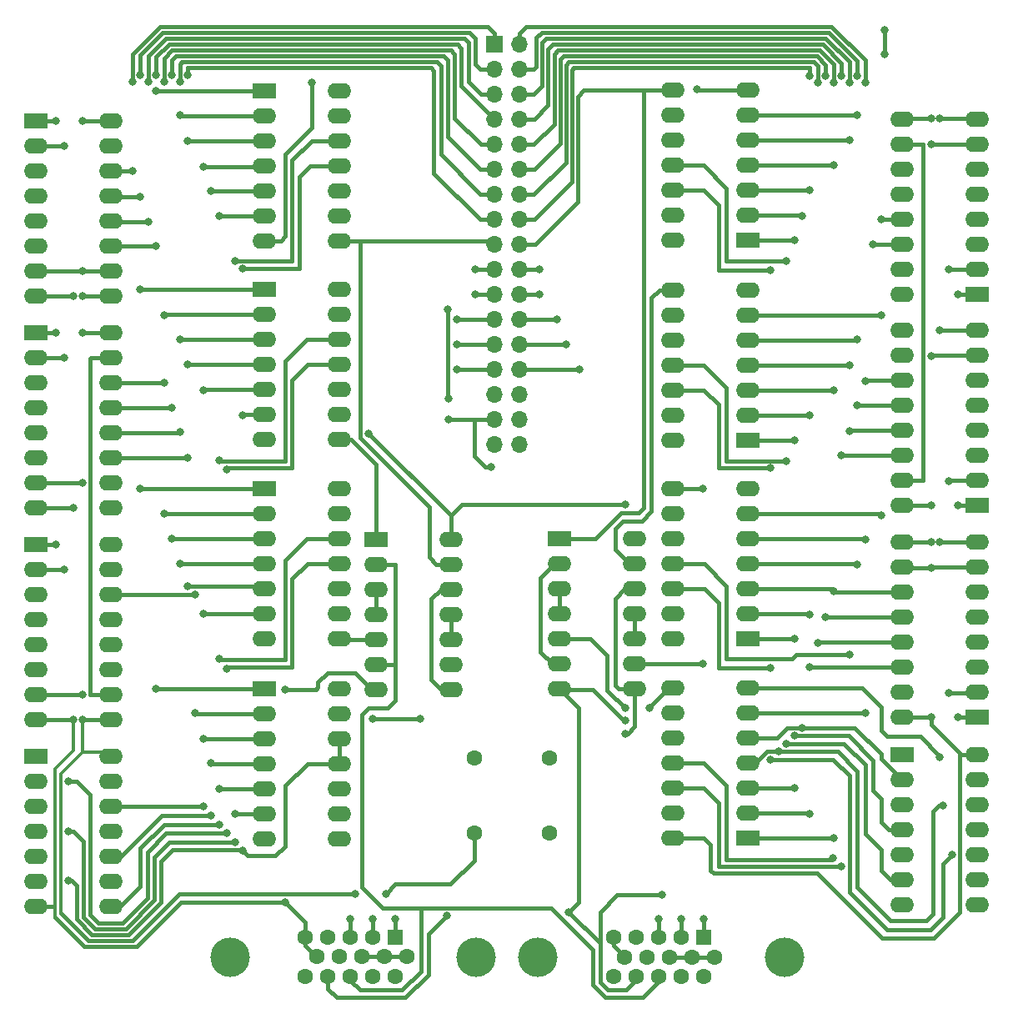
<source format=gbr>
%TF.GenerationSoftware,KiCad,Pcbnew,(6.0.5)*%
%TF.CreationDate,2022-10-16T21:23:39+03:00*%
%TF.ProjectId,VGA_SCREENSYNC,5647415f-5343-4524-9545-4e53594e432e,rev?*%
%TF.SameCoordinates,Original*%
%TF.FileFunction,Copper,L1,Top*%
%TF.FilePolarity,Positive*%
%FSLAX46Y46*%
G04 Gerber Fmt 4.6, Leading zero omitted, Abs format (unit mm)*
G04 Created by KiCad (PCBNEW (6.0.5)) date 2022-10-16 21:23:39*
%MOMM*%
%LPD*%
G01*
G04 APERTURE LIST*
%TA.AperFunction,ComponentPad*%
%ADD10C,1.600000*%
%TD*%
%TA.AperFunction,ComponentPad*%
%ADD11R,2.400000X1.600000*%
%TD*%
%TA.AperFunction,ComponentPad*%
%ADD12O,2.400000X1.600000*%
%TD*%
%TA.AperFunction,ComponentPad*%
%ADD13R,1.700000X1.700000*%
%TD*%
%TA.AperFunction,ComponentPad*%
%ADD14O,1.700000X1.700000*%
%TD*%
%TA.AperFunction,ComponentPad*%
%ADD15C,4.000000*%
%TD*%
%TA.AperFunction,ComponentPad*%
%ADD16R,1.600000X1.600000*%
%TD*%
%TA.AperFunction,ViaPad*%
%ADD17C,0.800000*%
%TD*%
%TA.AperFunction,Conductor*%
%ADD18C,0.400000*%
%TD*%
%TA.AperFunction,Conductor*%
%ADD19C,0.300000*%
%TD*%
%TA.AperFunction,Conductor*%
%ADD20C,0.150000*%
%TD*%
G04 APERTURE END LIST*
D10*
%TO.P,,2*%
%TO.N,N/C*%
X95010000Y-117250000D03*
%TD*%
D11*
%TO.P,74LS30,1*%
%TO.N,N/C*%
X73700000Y-49460000D03*
D12*
%TO.P,74LS30,2*%
X73700000Y-52000000D03*
%TO.P,74LS30,3*%
X73700000Y-54540000D03*
%TO.P,74LS30,4*%
X73700000Y-57080000D03*
%TO.P,74LS30,5*%
X73700000Y-59620000D03*
%TO.P,74LS30,6*%
X73700000Y-62160000D03*
%TO.P,74LS30,7*%
X73700000Y-64700000D03*
%TO.P,74LS30,8*%
X81320000Y-64700000D03*
%TO.P,74LS30,9*%
X81320000Y-62160000D03*
%TO.P,74LS30,10*%
X81320000Y-59620000D03*
%TO.P,74LS30,11*%
X81320000Y-57080000D03*
%TO.P,74LS30,12*%
X81320000Y-54540000D03*
%TO.P,74LS30,13*%
X81320000Y-52000000D03*
%TO.P,74LS30,14*%
X81320000Y-49460000D03*
%TD*%
D13*
%TO.P,2x17 Connector  ,1*%
%TO.N,N/C*%
X97070000Y-44750000D03*
D14*
%TO.P,2x17 Connector  ,2*%
X99610000Y-44750000D03*
%TO.P,2x17 Connector  ,3*%
X97070000Y-47290000D03*
%TO.P,2x17 Connector  ,4*%
X99610000Y-47290000D03*
%TO.P,2x17 Connector  ,5*%
X97070000Y-49830000D03*
%TO.P,2x17 Connector  ,6*%
X99610000Y-49830000D03*
%TO.P,2x17 Connector  ,7*%
X97070000Y-52370000D03*
%TO.P,2x17 Connector  ,8*%
X99610000Y-52370000D03*
%TO.P,2x17 Connector  ,9*%
X97070000Y-54910000D03*
%TO.P,2x17 Connector  ,10*%
X99610000Y-54910000D03*
%TO.P,2x17 Connector  ,11*%
X97070000Y-57450000D03*
%TO.P,2x17 Connector  ,12*%
X99610000Y-57450000D03*
%TO.P,2x17 Connector  ,13*%
X97070000Y-59990000D03*
%TO.P,2x17 Connector  ,14*%
X99610000Y-59990000D03*
%TO.P,2x17 Connector  ,15*%
X97070000Y-62530000D03*
%TO.P,2x17 Connector  ,16*%
X99610000Y-62530000D03*
%TO.P,2x17 Connector  ,17*%
X97070000Y-65070000D03*
%TO.P,2x17 Connector  ,18*%
X99610000Y-65070000D03*
%TO.P,2x17 Connector  ,19*%
X97070000Y-67610000D03*
%TO.P,2x17 Connector  ,20*%
X99610000Y-67610000D03*
%TO.P,2x17 Connector  ,21*%
X97070000Y-70150000D03*
%TO.P,2x17 Connector  ,22*%
X99610000Y-70150000D03*
%TO.P,2x17 Connector  ,23*%
X97070000Y-72690000D03*
%TO.P,2x17 Connector  ,24*%
X99610000Y-72690000D03*
%TO.P,2x17 Connector  ,25*%
X97070000Y-75230000D03*
%TO.P,2x17 Connector  ,26*%
X99610000Y-75230000D03*
%TO.P,2x17 Connector  ,27*%
X97070000Y-77770000D03*
%TO.P,2x17 Connector  ,28*%
X99610000Y-77770000D03*
%TO.P,2x17 Connector  ,29*%
X97070000Y-80310000D03*
%TO.P,2x17 Connector  ,30*%
X99610000Y-80310000D03*
%TO.P,2x17 Connector  ,31*%
X97070000Y-82850000D03*
%TO.P,2x17 Connector  ,32*%
X99610000Y-82850000D03*
%TO.P,2x17 Connector  ,33*%
X97070000Y-85390000D03*
%TO.P,2x17 Connector  ,34*%
X99610000Y-85390000D03*
%TD*%
D15*
%TO.P,VGA PORT 2,0*%
%TO.N,N/C*%
X126490000Y-137490000D03*
X101490000Y-137490000D03*
D16*
%TO.P,VGA PORT 2,1*%
X118305000Y-135440000D03*
D10*
%TO.P,VGA PORT 2,2*%
X116015000Y-135440000D03*
%TO.P,VGA PORT 2,3*%
X113725000Y-135440000D03*
%TO.P,VGA PORT 2,4*%
X111435000Y-135440000D03*
%TO.P,VGA PORT 2,5*%
X109145000Y-135440000D03*
%TO.P,VGA PORT 2,6*%
X119450000Y-137420000D03*
%TO.P,VGA PORT 2,7*%
X117160000Y-137420000D03*
%TO.P,VGA PORT 2,8*%
X114870000Y-137420000D03*
%TO.P,VGA PORT 2,9*%
X112580000Y-137420000D03*
%TO.P,VGA PORT 2,10*%
X110290000Y-137420000D03*
%TO.P,VGA PORT 2,11*%
X118305000Y-139400000D03*
%TO.P,VGA PORT 2,12*%
X116015000Y-139400000D03*
%TO.P,VGA PORT 2,13*%
X113725000Y-139400000D03*
%TO.P,VGA PORT 2,14*%
X111435000Y-139400000D03*
%TO.P,VGA PORT 2,15*%
X109145000Y-139400000D03*
%TD*%
D11*
%TO.P,74LS161,1*%
%TO.N,N/C*%
X50500000Y-95560000D03*
D12*
%TO.P,74LS161,2*%
X50500000Y-98100000D03*
%TO.P,74LS161,3*%
X50500000Y-100640000D03*
%TO.P,74LS161,4*%
X50500000Y-103180000D03*
%TO.P,74LS161,5*%
X50500000Y-105720000D03*
%TO.P,74LS161,6*%
X50500000Y-108260000D03*
%TO.P,74LS161,7*%
X50500000Y-110800000D03*
%TO.P,74LS161,8*%
X50500000Y-113340000D03*
%TO.P,74LS161,9*%
X58120000Y-113340000D03*
%TO.P,74LS161,10*%
X58120000Y-110800000D03*
%TO.P,74LS161,11*%
X58120000Y-108260000D03*
%TO.P,74LS161,12*%
X58120000Y-105720000D03*
%TO.P,74LS161,13*%
X58120000Y-103180000D03*
%TO.P,74LS161,14*%
X58120000Y-100640000D03*
%TO.P,74LS161,15*%
X58120000Y-98100000D03*
%TO.P,74LS161,16*%
X58120000Y-95560000D03*
%TD*%
D10*
%TO.P,,3*%
%TO.N,N/C*%
X102610000Y-117250000D03*
%TD*%
D11*
%TO.P,74LS30,1*%
%TO.N,N/C*%
X73700000Y-89860000D03*
D12*
%TO.P,74LS30,2*%
X73700000Y-92400000D03*
%TO.P,74LS30,3*%
X73700000Y-94940000D03*
%TO.P,74LS30,4*%
X73700000Y-97480000D03*
%TO.P,74LS30,5*%
X73700000Y-100020000D03*
%TO.P,74LS30,6*%
X73700000Y-102560000D03*
%TO.P,74LS30,7*%
X73700000Y-105100000D03*
%TO.P,74LS30,8*%
X81320000Y-105100000D03*
%TO.P,74LS30,9*%
X81320000Y-102560000D03*
%TO.P,74LS30,10*%
X81320000Y-100020000D03*
%TO.P,74LS30,11*%
X81320000Y-97480000D03*
%TO.P,74LS30,12*%
X81320000Y-94940000D03*
%TO.P,74LS30,13*%
X81320000Y-92400000D03*
%TO.P,74LS30,14*%
X81320000Y-89860000D03*
%TD*%
D11*
%TO.P,74LS30,1*%
%TO.N,N/C*%
X122800000Y-84960000D03*
D12*
%TO.P,74LS30,2*%
X122800000Y-82420000D03*
%TO.P,74LS30,3*%
X122800000Y-79880000D03*
%TO.P,74LS30,4*%
X122800000Y-77340000D03*
%TO.P,74LS30,5*%
X122800000Y-74800000D03*
%TO.P,74LS30,6*%
X122800000Y-72260000D03*
%TO.P,74LS30,7*%
X122800000Y-69720000D03*
%TO.P,74LS30,8*%
X115180000Y-69720000D03*
%TO.P,74LS30,9*%
X115180000Y-72260000D03*
%TO.P,74LS30,10*%
X115180000Y-74800000D03*
%TO.P,74LS30,11*%
X115180000Y-77340000D03*
%TO.P,74LS30,12*%
X115180000Y-79880000D03*
%TO.P,74LS30,13*%
X115180000Y-82420000D03*
%TO.P,74LS30,14*%
X115180000Y-84960000D03*
%TD*%
D11*
%TO.P,74LS161,1*%
%TO.N,N/C*%
X146100000Y-70110000D03*
D12*
%TO.P,74LS161,2*%
X146100000Y-67570000D03*
%TO.P,74LS161,3*%
X146100000Y-65030000D03*
%TO.P,74LS161,4*%
X146100000Y-62490000D03*
%TO.P,74LS161,5*%
X146100000Y-59950000D03*
%TO.P,74LS161,6*%
X146100000Y-57410000D03*
%TO.P,74LS161,7*%
X146100000Y-54870000D03*
%TO.P,74LS161,8*%
X146100000Y-52330000D03*
%TO.P,74LS161,9*%
X138480000Y-52330000D03*
%TO.P,74LS161,10*%
X138480000Y-54870000D03*
%TO.P,74LS161,11*%
X138480000Y-57410000D03*
%TO.P,74LS161,12*%
X138480000Y-59950000D03*
%TO.P,74LS161,13*%
X138480000Y-62490000D03*
%TO.P,74LS161,14*%
X138480000Y-65030000D03*
%TO.P,74LS161,15*%
X138480000Y-67570000D03*
%TO.P,74LS161,16*%
X138480000Y-70110000D03*
%TD*%
D11*
%TO.P,74LS161,1*%
%TO.N,N/C*%
X146100000Y-113110000D03*
D12*
%TO.P,74LS161,2*%
X146100000Y-110570000D03*
%TO.P,74LS161,3*%
X146100000Y-108030000D03*
%TO.P,74LS161,4*%
X146100000Y-105490000D03*
%TO.P,74LS161,5*%
X146100000Y-102950000D03*
%TO.P,74LS161,6*%
X146100000Y-100410000D03*
%TO.P,74LS161,7*%
X146100000Y-97870000D03*
%TO.P,74LS161,8*%
X146100000Y-95330000D03*
%TO.P,74LS161,9*%
X138480000Y-95330000D03*
%TO.P,74LS161,10*%
X138480000Y-97870000D03*
%TO.P,74LS161,11*%
X138480000Y-100410000D03*
%TO.P,74LS161,12*%
X138480000Y-102950000D03*
%TO.P,74LS161,13*%
X138480000Y-105490000D03*
%TO.P,74LS161,14*%
X138480000Y-108030000D03*
%TO.P,74LS161,15*%
X138480000Y-110570000D03*
%TO.P,74LS161,16*%
X138480000Y-113110000D03*
%TD*%
D10*
%TO.P,,4*%
%TO.N,N/C*%
X102610000Y-124850000D03*
%TD*%
D11*
%TO.P,74LS00,1*%
%TO.N,N/C*%
X85010000Y-95025000D03*
D12*
%TO.P,74LS00,2*%
X85010000Y-97565000D03*
%TO.P,74LS00,3*%
X85010000Y-100105000D03*
%TO.P,74LS00,4*%
X85010000Y-102645000D03*
%TO.P,74LS00,5*%
X85010000Y-105185000D03*
%TO.P,74LS00,6*%
X85010000Y-107725000D03*
%TO.P,74LS00,7*%
X85010000Y-110265000D03*
%TO.P,74LS00,8*%
X92630000Y-110265000D03*
%TO.P,74LS00,9*%
X92630000Y-107725000D03*
%TO.P,74LS00,10*%
X92630000Y-105185000D03*
%TO.P,74LS00,11*%
X92630000Y-102645000D03*
%TO.P,74LS00,12*%
X92630000Y-100105000D03*
%TO.P,74LS00,13*%
X92630000Y-97565000D03*
%TO.P,74LS00,14*%
X92630000Y-95025000D03*
%TD*%
D11*
%TO.P,74LS30,1*%
%TO.N,N/C*%
X122800000Y-105160000D03*
D12*
%TO.P,74LS30,2*%
X122800000Y-102620000D03*
%TO.P,74LS30,3*%
X122800000Y-100080000D03*
%TO.P,74LS30,4*%
X122800000Y-97540000D03*
%TO.P,74LS30,5*%
X122800000Y-95000000D03*
%TO.P,74LS30,6*%
X122800000Y-92460000D03*
%TO.P,74LS30,7*%
X122800000Y-89920000D03*
%TO.P,74LS30,8*%
X115180000Y-89920000D03*
%TO.P,74LS30,9*%
X115180000Y-92460000D03*
%TO.P,74LS30,10*%
X115180000Y-95000000D03*
%TO.P,74LS30,11*%
X115180000Y-97540000D03*
%TO.P,74LS30,12*%
X115180000Y-100080000D03*
%TO.P,74LS30,13*%
X115180000Y-102620000D03*
%TO.P,74LS30,14*%
X115180000Y-105160000D03*
%TD*%
D11*
%TO.P,74LS30,1*%
%TO.N,N/C*%
X73700000Y-69660000D03*
D12*
%TO.P,74LS30,2*%
X73700000Y-72200000D03*
%TO.P,74LS30,3*%
X73700000Y-74740000D03*
%TO.P,74LS30,4*%
X73700000Y-77280000D03*
%TO.P,74LS30,5*%
X73700000Y-79820000D03*
%TO.P,74LS30,6*%
X73700000Y-82360000D03*
%TO.P,74LS30,7*%
X73700000Y-84900000D03*
%TO.P,74LS30,8*%
X81320000Y-84900000D03*
%TO.P,74LS30,9*%
X81320000Y-82360000D03*
%TO.P,74LS30,10*%
X81320000Y-79820000D03*
%TO.P,74LS30,11*%
X81320000Y-77280000D03*
%TO.P,74LS30,12*%
X81320000Y-74740000D03*
%TO.P,74LS30,13*%
X81320000Y-72200000D03*
%TO.P,74LS30,14*%
X81320000Y-69660000D03*
%TD*%
D11*
%TO.P,74LS04,1*%
%TO.N,N/C*%
X50500000Y-117060000D03*
D12*
%TO.P,74LS04,2*%
X50500000Y-119600000D03*
%TO.P,74LS04,3*%
X50500000Y-122140000D03*
%TO.P,74LS04,4*%
X50500000Y-124680000D03*
%TO.P,74LS04,5*%
X50500000Y-127220000D03*
%TO.P,74LS04,6*%
X50500000Y-129760000D03*
%TO.P,74LS04,7*%
X50500000Y-132300000D03*
%TO.P,74LS04,8*%
X58120000Y-132300000D03*
%TO.P,74LS04,9*%
X58120000Y-129760000D03*
%TO.P,74LS04,10*%
X58120000Y-127220000D03*
%TO.P,74LS04,11*%
X58120000Y-124680000D03*
%TO.P,74LS04,12*%
X58120000Y-122140000D03*
%TO.P,74LS04,13*%
X58120000Y-119600000D03*
%TO.P,74LS04,14*%
X58120000Y-117060000D03*
%TD*%
D11*
%TO.P,74LS161,1*%
%TO.N,N/C*%
X50500000Y-52560000D03*
D12*
%TO.P,74LS161,2*%
X50500000Y-55100000D03*
%TO.P,74LS161,3*%
X50500000Y-57640000D03*
%TO.P,74LS161,4*%
X50500000Y-60180000D03*
%TO.P,74LS161,5*%
X50500000Y-62720000D03*
%TO.P,74LS161,6*%
X50500000Y-65260000D03*
%TO.P,74LS161,7*%
X50500000Y-67800000D03*
%TO.P,74LS161,8*%
X50500000Y-70340000D03*
%TO.P,74LS161,9*%
X58120000Y-70340000D03*
%TO.P,74LS161,10*%
X58120000Y-67800000D03*
%TO.P,74LS161,11*%
X58120000Y-65260000D03*
%TO.P,74LS161,12*%
X58120000Y-62720000D03*
%TO.P,74LS161,13*%
X58120000Y-60180000D03*
%TO.P,74LS161,14*%
X58120000Y-57640000D03*
%TO.P,74LS161,15*%
X58120000Y-55100000D03*
%TO.P,74LS161,16*%
X58120000Y-52560000D03*
%TD*%
D11*
%TO.P,74LS30,1*%
%TO.N,N/C*%
X122800000Y-125360000D03*
D12*
%TO.P,74LS30,2*%
X122800000Y-122820000D03*
%TO.P,74LS30,3*%
X122800000Y-120280000D03*
%TO.P,74LS30,4*%
X122800000Y-117740000D03*
%TO.P,74LS30,5*%
X122800000Y-115200000D03*
%TO.P,74LS30,6*%
X122800000Y-112660000D03*
%TO.P,74LS30,7*%
X122800000Y-110120000D03*
%TO.P,74LS30,8*%
X115180000Y-110120000D03*
%TO.P,74LS30,9*%
X115180000Y-112660000D03*
%TO.P,74LS30,10*%
X115180000Y-115200000D03*
%TO.P,74LS30,11*%
X115180000Y-117740000D03*
%TO.P,74LS30,12*%
X115180000Y-120280000D03*
%TO.P,74LS30,13*%
X115180000Y-122820000D03*
%TO.P,74LS30,14*%
X115180000Y-125360000D03*
%TD*%
D11*
%TO.P,74LS04,1*%
%TO.N,N/C*%
X138500000Y-116930000D03*
D12*
%TO.P,74LS04,2*%
X138500000Y-119470000D03*
%TO.P,74LS04,3*%
X138500000Y-122010000D03*
%TO.P,74LS04,4*%
X138500000Y-124550000D03*
%TO.P,74LS04,5*%
X138500000Y-127090000D03*
%TO.P,74LS04,6*%
X138500000Y-129630000D03*
%TO.P,74LS04,7*%
X138500000Y-132170000D03*
%TO.P,74LS04,8*%
X146120000Y-132170000D03*
%TO.P,74LS04,9*%
X146120000Y-129630000D03*
%TO.P,74LS04,10*%
X146120000Y-127090000D03*
%TO.P,74LS04,11*%
X146120000Y-124550000D03*
%TO.P,74LS04,12*%
X146120000Y-122010000D03*
%TO.P,74LS04,13*%
X146120000Y-119470000D03*
%TO.P,74LS04,14*%
X146120000Y-116930000D03*
%TD*%
D11*
%TO.P,74LS161,1*%
%TO.N,N/C*%
X146100000Y-91610000D03*
D12*
%TO.P,74LS161,2*%
X146100000Y-89070000D03*
%TO.P,74LS161,3*%
X146100000Y-86530000D03*
%TO.P,74LS161,4*%
X146100000Y-83990000D03*
%TO.P,74LS161,5*%
X146100000Y-81450000D03*
%TO.P,74LS161,6*%
X146100000Y-78910000D03*
%TO.P,74LS161,7*%
X146100000Y-76370000D03*
%TO.P,74LS161,8*%
X146100000Y-73830000D03*
%TO.P,74LS161,9*%
X138480000Y-73830000D03*
%TO.P,74LS161,10*%
X138480000Y-76370000D03*
%TO.P,74LS161,11*%
X138480000Y-78910000D03*
%TO.P,74LS161,12*%
X138480000Y-81450000D03*
%TO.P,74LS161,13*%
X138480000Y-83990000D03*
%TO.P,74LS161,14*%
X138480000Y-86530000D03*
%TO.P,74LS161,15*%
X138480000Y-89070000D03*
%TO.P,74LS161,16*%
X138480000Y-91610000D03*
%TD*%
D11*
%TO.P,74LS30,1*%
%TO.N,N/C*%
X73700000Y-110160000D03*
D12*
%TO.P,74LS30,2*%
X73700000Y-112700000D03*
%TO.P,74LS30,3*%
X73700000Y-115240000D03*
%TO.P,74LS30,4*%
X73700000Y-117780000D03*
%TO.P,74LS30,5*%
X73700000Y-120320000D03*
%TO.P,74LS30,6*%
X73700000Y-122860000D03*
%TO.P,74LS30,7*%
X73700000Y-125400000D03*
%TO.P,74LS30,8*%
X81320000Y-125400000D03*
%TO.P,74LS30,9*%
X81320000Y-122860000D03*
%TO.P,74LS30,10*%
X81320000Y-120320000D03*
%TO.P,74LS30,11*%
X81320000Y-117780000D03*
%TO.P,74LS30,12*%
X81320000Y-115240000D03*
%TO.P,74LS30,13*%
X81320000Y-112700000D03*
%TO.P,74LS30,14*%
X81320000Y-110160000D03*
%TD*%
D11*
%TO.P,74LS161,1*%
%TO.N,N/C*%
X50500000Y-74060000D03*
D12*
%TO.P,74LS161,2*%
X50500000Y-76600000D03*
%TO.P,74LS161,3*%
X50500000Y-79140000D03*
%TO.P,74LS161,4*%
X50500000Y-81680000D03*
%TO.P,74LS161,5*%
X50500000Y-84220000D03*
%TO.P,74LS161,6*%
X50500000Y-86760000D03*
%TO.P,74LS161,7*%
X50500000Y-89300000D03*
%TO.P,74LS161,8*%
X50500000Y-91840000D03*
%TO.P,74LS161,9*%
X58120000Y-91840000D03*
%TO.P,74LS161,10*%
X58120000Y-89300000D03*
%TO.P,74LS161,11*%
X58120000Y-86760000D03*
%TO.P,74LS161,12*%
X58120000Y-84220000D03*
%TO.P,74LS161,13*%
X58120000Y-81680000D03*
%TO.P,74LS161,14*%
X58120000Y-79140000D03*
%TO.P,74LS161,15*%
X58120000Y-76600000D03*
%TO.P,74LS161,16*%
X58120000Y-74060000D03*
%TD*%
D10*
%TO.P,,1*%
%TO.N,N/C*%
X95010000Y-124850000D03*
%TD*%
D11*
%TO.P,74LS30,1*%
%TO.N,N/C*%
X122800000Y-64660000D03*
D12*
%TO.P,74LS30,2*%
X122800000Y-62120000D03*
%TO.P,74LS30,3*%
X122800000Y-59580000D03*
%TO.P,74LS30,4*%
X122800000Y-57040000D03*
%TO.P,74LS30,5*%
X122800000Y-54500000D03*
%TO.P,74LS30,6*%
X122800000Y-51960000D03*
%TO.P,74LS30,7*%
X122800000Y-49420000D03*
%TO.P,74LS30,8*%
X115180000Y-49420000D03*
%TO.P,74LS30,9*%
X115180000Y-51960000D03*
%TO.P,74LS30,10*%
X115180000Y-54500000D03*
%TO.P,74LS30,11*%
X115180000Y-57040000D03*
%TO.P,74LS30,12*%
X115180000Y-59580000D03*
%TO.P,74LS30,13*%
X115180000Y-62120000D03*
%TO.P,74LS30,14*%
X115180000Y-64660000D03*
%TD*%
D15*
%TO.P,VGA PORT 1,0*%
%TO.N,N/C*%
X70195000Y-137480000D03*
X95195000Y-137480000D03*
D16*
%TO.P,VGA PORT 1,1*%
X87010000Y-135430000D03*
D10*
%TO.P,VGA PORT 1,2*%
X84720000Y-135430000D03*
%TO.P,VGA PORT 1,3*%
X82430000Y-135430000D03*
%TO.P,VGA PORT 1,4*%
X80140000Y-135430000D03*
%TO.P,VGA PORT 1,5*%
X77850000Y-135430000D03*
%TO.P,VGA PORT 1,6*%
X88155000Y-137410000D03*
%TO.P,VGA PORT 1,7*%
X85865000Y-137410000D03*
%TO.P,VGA PORT 1,8*%
X83575000Y-137410000D03*
%TO.P,VGA PORT 1,9*%
X81285000Y-137410000D03*
%TO.P,VGA PORT 1,10*%
X78995000Y-137410000D03*
%TO.P,VGA PORT 1,11*%
X87010000Y-139390000D03*
%TO.P,VGA PORT 1,12*%
X84720000Y-139390000D03*
%TO.P,VGA PORT 1,13*%
X82430000Y-139390000D03*
%TO.P,VGA PORT 1,14*%
X80140000Y-139390000D03*
%TO.P,VGA PORT 1,15*%
X77850000Y-139390000D03*
%TD*%
D11*
%TO.P,74LS00,1*%
%TO.N,N/C*%
X103690000Y-94990000D03*
D12*
%TO.P,74LS00,2*%
X103690000Y-97530000D03*
%TO.P,74LS00,3*%
X103690000Y-100070000D03*
%TO.P,74LS00,4*%
X103690000Y-102610000D03*
%TO.P,74LS00,5*%
X103690000Y-105150000D03*
%TO.P,74LS00,6*%
X103690000Y-107690000D03*
%TO.P,74LS00,7*%
X103690000Y-110230000D03*
%TO.P,74LS00,8*%
X111310000Y-110230000D03*
%TO.P,74LS00,9*%
X111310000Y-107690000D03*
%TO.P,74LS00,10*%
X111310000Y-105150000D03*
%TO.P,74LS00,11*%
X111310000Y-102610000D03*
%TO.P,74LS00,12*%
X111310000Y-100070000D03*
%TO.P,74LS00,13*%
X111310000Y-97530000D03*
%TO.P,74LS00,14*%
X111310000Y-94990000D03*
%TD*%
D17*
%TO.N,*%
X61900000Y-62760000D03*
X54300000Y-91860000D03*
X65900000Y-99760000D03*
X54300000Y-113360000D03*
X141400000Y-54910000D03*
X129100000Y-102660000D03*
X69100000Y-86960000D03*
X131500000Y-100260000D03*
X135500000Y-65030000D03*
X68300000Y-117760000D03*
X53800000Y-129660000D03*
X61100000Y-69660000D03*
X67500000Y-115260000D03*
X126700000Y-66760000D03*
X52500000Y-95560000D03*
X134700000Y-95060000D03*
X61100000Y-89860000D03*
X65100000Y-51960000D03*
X133900000Y-51960000D03*
X64300000Y-47860000D03*
X105710000Y-77750000D03*
X96710000Y-87650000D03*
X126700000Y-115760000D03*
X114110000Y-131150000D03*
X116015000Y-133550000D03*
X55200000Y-74060000D03*
X52500000Y-52560000D03*
X52500000Y-74060000D03*
X131500000Y-57060000D03*
X95110000Y-70150000D03*
X69100000Y-120360000D03*
X95110000Y-67650000D03*
X69900000Y-87960000D03*
X118210000Y-89850000D03*
X55200000Y-113360000D03*
X143200000Y-67610000D03*
X131500000Y-79860000D03*
X78510000Y-48650000D03*
X134700000Y-112660000D03*
X70700000Y-125760000D03*
X84710000Y-133550000D03*
X66700000Y-112660000D03*
X142610000Y-122050000D03*
X142300000Y-95310000D03*
X65900000Y-47860000D03*
X133100000Y-48660000D03*
X70700000Y-66760000D03*
X104610000Y-132850000D03*
X144100000Y-113110000D03*
X103410000Y-72650000D03*
X125100000Y-87760000D03*
X55200000Y-52560000D03*
X130700000Y-47960000D03*
X67500000Y-122160000D03*
X128300000Y-114160000D03*
X136300000Y-62530000D03*
X130700000Y-102930000D03*
X55200000Y-70360000D03*
X86010000Y-131050000D03*
X129100000Y-122860000D03*
X110310000Y-91450000D03*
X118310000Y-133550000D03*
X71500000Y-126660000D03*
X131500000Y-48660000D03*
X53800000Y-124660000D03*
X60300000Y-48560000D03*
X141400000Y-97910000D03*
X61100000Y-47860000D03*
X131400000Y-127360000D03*
X104310000Y-75250000D03*
X62700000Y-65260000D03*
X75800000Y-110250000D03*
X101610000Y-67650000D03*
X125900000Y-116560000D03*
X67500000Y-79860000D03*
X82430000Y-133550000D03*
X69100000Y-123960000D03*
X93210000Y-72650000D03*
X70700000Y-122860000D03*
X60300000Y-57660000D03*
X93210000Y-75250000D03*
X68300000Y-123060000D03*
X144100000Y-70110000D03*
X132300000Y-86530000D03*
X133900000Y-97560000D03*
X66700000Y-100660000D03*
X75810000Y-131850000D03*
X110310000Y-114750000D03*
X125100000Y-67660000D03*
X53400000Y-98060000D03*
X84710000Y-113250000D03*
X141400000Y-76410000D03*
X143200000Y-110610000D03*
X126700000Y-87060000D03*
X63500000Y-72260000D03*
X53800000Y-119560000D03*
X92410000Y-80750000D03*
X67500000Y-57160000D03*
X53400000Y-76560000D03*
X110310000Y-112150000D03*
X127500000Y-64660000D03*
X64300000Y-94960000D03*
X65900000Y-77260000D03*
X141400000Y-52310000D03*
X68300000Y-59660000D03*
X127500000Y-114960000D03*
X71500000Y-67560000D03*
X61900000Y-48560000D03*
X129100000Y-82460000D03*
X92210000Y-133250000D03*
X84310000Y-84250000D03*
X69100000Y-62160000D03*
X69900000Y-124860000D03*
X63500000Y-79160000D03*
X144100000Y-91610000D03*
X113725000Y-133550000D03*
X132300000Y-128260000D03*
X65100000Y-84160000D03*
X92310000Y-71650000D03*
X64300000Y-81660000D03*
X65900000Y-86760000D03*
X63500000Y-92460000D03*
X131500000Y-125360000D03*
X82910000Y-131050000D03*
X133900000Y-74760000D03*
X133900000Y-47960000D03*
X117610000Y-49350000D03*
X143510000Y-127060000D03*
X61100000Y-60260000D03*
X69900000Y-108160000D03*
X62700000Y-47860000D03*
X133100000Y-106760000D03*
X127500000Y-84960000D03*
X89510000Y-113250000D03*
X101610000Y-70150000D03*
X112810000Y-112150000D03*
X65900000Y-54560000D03*
X142300000Y-117140000D03*
X129100000Y-108030000D03*
X53400000Y-55060000D03*
X55200000Y-67760000D03*
X127500000Y-105160000D03*
X92410000Y-82850000D03*
X128300000Y-62160000D03*
X141400000Y-91610000D03*
X87010000Y-133550000D03*
X93210000Y-77750000D03*
X129100000Y-59560000D03*
X133100000Y-84030000D03*
X65100000Y-48560000D03*
X143200000Y-89110000D03*
X136300000Y-72260000D03*
X127500000Y-120260000D03*
X118210000Y-107650000D03*
X141400000Y-95310000D03*
X136710000Y-45750000D03*
X71500000Y-82460000D03*
X133100000Y-77360000D03*
X65100000Y-74760000D03*
X54300000Y-70360000D03*
X63500000Y-48560000D03*
X142300000Y-73810000D03*
X55200000Y-89260000D03*
X133100000Y-54460000D03*
X55200000Y-110760000D03*
X142300000Y-52310000D03*
X125100000Y-117360000D03*
X62700000Y-49460000D03*
X129900000Y-48660000D03*
X136710000Y-43350000D03*
X136300000Y-92560000D03*
X134700000Y-48660000D03*
X125100000Y-108060000D03*
X129100000Y-47960000D03*
X133900000Y-81430000D03*
X132300000Y-47960000D03*
X69100000Y-107160000D03*
X129900000Y-105530000D03*
X67500000Y-102560000D03*
X141400000Y-113110000D03*
X65100000Y-97460000D03*
X134700000Y-78930000D03*
X62700000Y-110160000D03*
X110310000Y-113450000D03*
%TD*%
D18*
%TO.N,*%
X92630000Y-95025000D02*
X92630000Y-92570000D01*
X110210000Y-113450000D02*
X110310000Y-113450000D01*
X111710000Y-92350000D02*
X112210000Y-91850000D01*
X138400000Y-105410000D02*
X138480000Y-105490000D01*
X118420000Y-100080000D02*
X115280000Y-100080000D01*
X130700000Y-46860000D02*
X129800000Y-45960000D01*
X146100000Y-113110000D02*
X144100000Y-113110000D01*
X63500000Y-48560000D02*
X63500000Y-46160000D01*
X112140000Y-49420000D02*
X106140000Y-49420000D01*
X133020000Y-114960000D02*
X135500000Y-117440000D01*
X137090000Y-124550000D02*
X138500000Y-124550000D01*
X61100000Y-47860000D02*
X61100000Y-45860000D01*
X146100000Y-89070000D02*
X143240000Y-89070000D01*
X104310000Y-56750000D02*
X101070000Y-59990000D01*
X133900000Y-118540000D02*
X131920000Y-116560000D01*
X96750000Y-64750000D02*
X97070000Y-65070000D01*
X69100000Y-86960000D02*
X69200000Y-87060000D01*
X78995000Y-137410000D02*
X77850000Y-136265000D01*
X76510000Y-66760000D02*
X76510000Y-56550000D01*
X127300000Y-107160000D02*
X120600000Y-107160000D01*
X111310000Y-107690000D02*
X118170000Y-107690000D01*
X130700000Y-47960000D02*
X130700000Y-46860000D01*
X131480000Y-79880000D02*
X131500000Y-79860000D01*
X85010000Y-87450000D02*
X84910000Y-87350000D01*
X92310000Y-80650000D02*
X92310000Y-71650000D01*
X71400000Y-126560000D02*
X64400000Y-126560000D01*
X55300000Y-133360000D02*
X55300000Y-125660000D01*
X54100000Y-129660000D02*
X53800000Y-129660000D01*
X87010000Y-135430000D02*
X87010000Y-133550000D01*
X112210000Y-49490000D02*
X112140000Y-49420000D01*
X141440000Y-97870000D02*
X146100000Y-97870000D01*
X55800000Y-135760000D02*
X53010000Y-132970000D01*
X120600000Y-99760000D02*
X118380000Y-97540000D01*
X73700000Y-69660000D02*
X61100000Y-69660000D01*
X119010000Y-128650000D02*
X119010000Y-126050000D01*
X127480000Y-120280000D02*
X127500000Y-120260000D01*
X73700000Y-59620000D02*
X68340000Y-59620000D01*
X60300000Y-45760000D02*
X63100000Y-42960000D01*
X129060000Y-122820000D02*
X129100000Y-122860000D01*
X95590000Y-62530000D02*
X97070000Y-62530000D01*
X143240000Y-89070000D02*
X143200000Y-89110000D01*
X140560000Y-54870000D02*
X138480000Y-54870000D01*
X110310000Y-112150000D02*
X108510000Y-110350000D01*
X119800000Y-67660000D02*
X119800000Y-61060000D01*
X91610000Y-100105000D02*
X90630000Y-101085000D01*
X73700000Y-82360000D02*
X71600000Y-82360000D01*
X50500000Y-98100000D02*
X53360000Y-98100000D01*
X92410000Y-82850000D02*
X94110000Y-82850000D01*
X103110000Y-52850000D02*
X101050000Y-54910000D01*
X58120000Y-100640000D02*
X66680000Y-100640000D01*
X53400000Y-55060000D02*
X50540000Y-55060000D01*
X56800000Y-133960000D02*
X56000000Y-133160000D01*
X73700000Y-52000000D02*
X65100000Y-52000000D01*
X75800000Y-76960000D02*
X78020000Y-74740000D01*
X63500000Y-92400000D02*
X63500000Y-92460000D01*
X85710000Y-132450000D02*
X89610000Y-132450000D01*
X133880000Y-97540000D02*
X133900000Y-97560000D01*
X138480000Y-89070000D02*
X140540000Y-89070000D01*
X146100000Y-95330000D02*
X142320000Y-95330000D01*
X91160000Y-97565000D02*
X90410000Y-96815000D01*
X64700000Y-45960000D02*
X91920000Y-45960000D01*
X95650000Y-59990000D02*
X97070000Y-59990000D01*
X67500000Y-115240000D02*
X67500000Y-115260000D01*
X50500000Y-52560000D02*
X52500000Y-52560000D01*
X146120000Y-116930000D02*
X144470000Y-116930000D01*
X122800000Y-117740000D02*
X123520000Y-117740000D01*
X58160000Y-119560000D02*
X58120000Y-119600000D01*
X110290000Y-137420000D02*
X109145000Y-136275000D01*
X79110000Y-109550000D02*
X80110000Y-108550000D01*
X111310000Y-97530000D02*
X110530000Y-97530000D01*
X138480000Y-62490000D02*
X136340000Y-62490000D01*
X122800000Y-120280000D02*
X127480000Y-120280000D01*
X142600000Y-127970000D02*
X142600000Y-133360000D01*
X75800000Y-107260000D02*
X75800000Y-97160000D01*
X122800000Y-92460000D02*
X136200000Y-92460000D01*
X129500000Y-46560000D02*
X104600000Y-46560000D01*
X131920000Y-116560000D02*
X125900000Y-116560000D01*
X122800000Y-122820000D02*
X129060000Y-122820000D01*
X127500000Y-114960000D02*
X133020000Y-114960000D01*
X120600000Y-120060000D02*
X118280000Y-117740000D01*
X64300000Y-45360000D02*
X92620000Y-45360000D01*
X54280000Y-91840000D02*
X50500000Y-91840000D01*
X64300000Y-46360000D02*
X64700000Y-45960000D01*
X144470000Y-116930000D02*
X141400000Y-113860000D01*
X82630000Y-47160000D02*
X82640000Y-47150000D01*
X122800000Y-77340000D02*
X133080000Y-77340000D01*
X92310000Y-46350000D02*
X92310000Y-54150000D01*
X130720000Y-102950000D02*
X130700000Y-102930000D01*
X101910000Y-44550000D02*
X101910000Y-48950000D01*
X75800000Y-87060000D02*
X75800000Y-76960000D01*
X105510000Y-50050000D02*
X105510000Y-60750000D01*
X95010000Y-86550000D02*
X95010000Y-82850000D01*
X103710000Y-110250000D02*
X107010000Y-110250000D01*
X53400000Y-113360000D02*
X52500000Y-113360000D01*
X110110000Y-93150000D02*
X112010000Y-93150000D01*
X73700000Y-89860000D02*
X61100000Y-89860000D01*
X110610000Y-114750000D02*
X110310000Y-114750000D01*
X73700000Y-122860000D02*
X70700000Y-122860000D01*
X140600000Y-54910000D02*
X140560000Y-54870000D01*
X129810000Y-128950000D02*
X119310000Y-128950000D01*
X129940000Y-105490000D02*
X129900000Y-105530000D01*
X105710000Y-77750000D02*
X105690000Y-77770000D01*
X73700000Y-99760000D02*
X65900000Y-99760000D01*
X73700000Y-100020000D02*
X73700000Y-99760000D01*
X136340000Y-62490000D02*
X136300000Y-62530000D01*
X67500000Y-79820000D02*
X67500000Y-79860000D01*
X91920000Y-45960000D02*
X92310000Y-46350000D01*
X142300000Y-117040000D02*
X142300000Y-117140000D01*
X129080000Y-59580000D02*
X129100000Y-59560000D01*
X138480000Y-102950000D02*
X130720000Y-102950000D01*
X104290000Y-75230000D02*
X99610000Y-75230000D01*
X105510000Y-60750000D02*
X101190000Y-65070000D01*
X58020000Y-95460000D02*
X58120000Y-95560000D01*
X101710000Y-98950000D02*
X101710000Y-106450000D01*
X86010000Y-131050000D02*
X87010000Y-130050000D01*
X56060000Y-76600000D02*
X56000000Y-76660000D01*
X95010000Y-127650000D02*
X95010000Y-124850000D01*
X65100000Y-52000000D02*
X65100000Y-51960000D01*
X124700000Y-116560000D02*
X125900000Y-116560000D01*
X118210000Y-89850000D02*
X115250000Y-89850000D01*
X107065000Y-140270000D02*
X107065000Y-136705000D01*
X82430000Y-139390000D02*
X82430000Y-139395000D01*
X70700000Y-66760000D02*
X76510000Y-66760000D01*
X69200000Y-107260000D02*
X75800000Y-107260000D01*
X84310000Y-112150000D02*
X83610000Y-112850000D01*
X129060000Y-102620000D02*
X129100000Y-102660000D01*
X112810000Y-112150000D02*
X112810000Y-112050000D01*
X92630000Y-97565000D02*
X91160000Y-97565000D01*
X62700000Y-49460000D02*
X73700000Y-49460000D01*
X67500000Y-57160000D02*
X73700000Y-57160000D01*
X107795000Y-139960000D02*
X108595000Y-140760000D01*
X141400000Y-95310000D02*
X138500000Y-95310000D01*
X65900000Y-77280000D02*
X65900000Y-77260000D01*
X84720000Y-135430000D02*
X84720000Y-133560000D01*
D19*
X54300000Y-116460000D02*
X52400000Y-118360000D01*
D18*
X72000000Y-127160000D02*
X71500000Y-126660000D01*
X93710000Y-49010000D02*
X97070000Y-52370000D01*
X65210000Y-131850000D02*
X75810000Y-131850000D01*
X62700000Y-46060000D02*
X64000000Y-44760000D01*
X93710000Y-45150000D02*
X93710000Y-49010000D01*
X93010000Y-52250000D02*
X95670000Y-54910000D01*
X115250000Y-89850000D02*
X115180000Y-89920000D01*
X126800000Y-114160000D02*
X128300000Y-114160000D01*
X75800000Y-97160000D02*
X78020000Y-94940000D01*
X140310000Y-115050000D02*
X142300000Y-117040000D01*
X55200000Y-89260000D02*
X55160000Y-89300000D01*
X61900000Y-48560000D02*
X61900000Y-45960000D01*
X138500000Y-95310000D02*
X138480000Y-95330000D01*
X63100000Y-42960000D02*
X96420000Y-42960000D01*
X128300000Y-114160000D02*
X133620000Y-114160000D01*
X55200000Y-110760000D02*
X55160000Y-110800000D01*
X50540000Y-55060000D02*
X50500000Y-55100000D01*
D19*
X54300000Y-113360000D02*
X54300000Y-116460000D01*
D18*
X101030000Y-49830000D02*
X99610000Y-49830000D01*
X107795000Y-136035000D02*
X107795000Y-139960000D01*
X59600000Y-134560000D02*
X56500000Y-134560000D01*
X100300000Y-42960000D02*
X99610000Y-43650000D01*
X82430000Y-135430000D02*
X82430000Y-133550000D01*
D20*
X142320000Y-95330000D02*
X142300000Y-95310000D01*
D18*
X82430000Y-139395000D02*
X82555000Y-139520000D01*
X97030000Y-67650000D02*
X97070000Y-67610000D01*
X54600000Y-130160000D02*
X54100000Y-129660000D01*
D19*
X52400000Y-118360000D02*
X52400000Y-132260000D01*
D18*
X84980000Y-105215000D02*
X85010000Y-105185000D01*
X81025000Y-141560000D02*
X80140000Y-140675000D01*
X58080000Y-67760000D02*
X58120000Y-67800000D01*
X93010000Y-45750000D02*
X93010000Y-52250000D01*
X65900000Y-47160000D02*
X82630000Y-47160000D01*
X86960000Y-97565000D02*
X85010000Y-97565000D01*
X109910000Y-92350000D02*
X111710000Y-92350000D01*
X76500000Y-78860000D02*
X78080000Y-77280000D01*
X120600000Y-107160000D02*
X120600000Y-99760000D01*
X90410000Y-91750000D02*
X83410000Y-84750000D01*
X81320000Y-64700000D02*
X81370000Y-64750000D01*
X73700000Y-62160000D02*
X69100000Y-62160000D01*
X142300000Y-52310000D02*
X143200000Y-52310000D01*
X102810000Y-132450000D02*
X89610000Y-132450000D01*
X130100000Y-45360000D02*
X103500000Y-45360000D01*
X59140000Y-127220000D02*
X58120000Y-127220000D01*
X144470000Y-116930000D02*
X144390000Y-116850000D01*
X92630000Y-92570000D02*
X84310000Y-84250000D01*
X73700000Y-115240000D02*
X67500000Y-115240000D01*
X132300000Y-46660000D02*
X130400000Y-44760000D01*
X81320000Y-97480000D02*
X78080000Y-97480000D01*
X93750000Y-91450000D02*
X92630000Y-92570000D01*
X137270000Y-129630000D02*
X138500000Y-129630000D01*
X103110000Y-45750000D02*
X103110000Y-52850000D01*
X134700000Y-124960000D02*
X136300000Y-126560000D01*
X58120000Y-122140000D02*
X67480000Y-122140000D01*
X73700000Y-54560000D02*
X73700000Y-54540000D01*
X138580000Y-70210000D02*
X138480000Y-70110000D01*
D19*
X52500000Y-133560000D02*
X52600000Y-133560000D01*
D18*
X144310000Y-116850000D02*
X144310000Y-132900000D01*
X75810000Y-64250000D02*
X75360000Y-64700000D01*
X120600000Y-79660000D02*
X120600000Y-87060000D01*
X95650000Y-47290000D02*
X97070000Y-47290000D01*
D19*
X52400000Y-132260000D02*
X52360000Y-132300000D01*
D18*
X141300000Y-134660000D02*
X136900000Y-134660000D01*
X67480000Y-122140000D02*
X67500000Y-122160000D01*
X55200000Y-67760000D02*
X55160000Y-67800000D01*
X105610000Y-131850000D02*
X105610000Y-112150000D01*
X138500000Y-73810000D02*
X138480000Y-73830000D01*
X110395000Y-140760000D02*
X111435000Y-139720000D01*
X63500000Y-46160000D02*
X64300000Y-45360000D01*
X122800000Y-64660000D02*
X127500000Y-64660000D01*
X94110000Y-82850000D02*
X97070000Y-82850000D01*
X95110000Y-70150000D02*
X97070000Y-70150000D01*
X106140000Y-49420000D02*
X105510000Y-50050000D01*
X111310000Y-97530000D02*
X110790000Y-97530000D01*
X81320000Y-84900000D02*
X82460000Y-84900000D01*
X69900000Y-87960000D02*
X70100000Y-87760000D01*
D19*
X53000000Y-118860000D02*
X55200000Y-116660000D01*
D18*
X87010000Y-106565000D02*
X87010000Y-111350000D01*
X63200000Y-127760000D02*
X63200000Y-131860000D01*
X87010000Y-130050000D02*
X92610000Y-130050000D01*
X56200000Y-135160000D02*
X54600000Y-133560000D01*
X55160000Y-110800000D02*
X50500000Y-110800000D01*
X82640000Y-47150000D02*
X90610000Y-47150000D01*
X101310000Y-44100000D02*
X101310000Y-47050000D01*
X131480000Y-57040000D02*
X131500000Y-57060000D01*
X99610000Y-43650000D02*
X99610000Y-44750000D01*
X101910000Y-48950000D02*
X101030000Y-49830000D01*
X84625000Y-110265000D02*
X85010000Y-110265000D01*
X84720000Y-133560000D02*
X84710000Y-133550000D01*
X97030000Y-72650000D02*
X97070000Y-72690000D01*
X104600000Y-46560000D02*
X104310000Y-46850000D01*
X119800000Y-61060000D02*
X118320000Y-59580000D01*
X78080000Y-97480000D02*
X76500000Y-99060000D01*
X93250000Y-72690000D02*
X97070000Y-72690000D01*
X77850000Y-133890000D02*
X77850000Y-135430000D01*
X141400000Y-91610000D02*
X138480000Y-91610000D01*
X128260000Y-62120000D02*
X128300000Y-62160000D01*
X135500000Y-120560000D02*
X136300000Y-121360000D01*
X50500000Y-70340000D02*
X54280000Y-70340000D01*
X78520000Y-54540000D02*
X81320000Y-54540000D01*
X136200000Y-92460000D02*
X136300000Y-92560000D01*
X141440000Y-54870000D02*
X146100000Y-54870000D01*
X87010000Y-111350000D02*
X86210000Y-112150000D01*
X85010000Y-100105000D02*
X85010000Y-102645000D01*
X65100000Y-48560000D02*
X65100000Y-46760000D01*
X69200000Y-87060000D02*
X75800000Y-87060000D01*
X110790000Y-97530000D02*
X109310000Y-96050000D01*
X77210000Y-58250000D02*
X78380000Y-57080000D01*
X138520000Y-97910000D02*
X138480000Y-97870000D01*
X60300000Y-135760000D02*
X55800000Y-135760000D01*
X55200000Y-74060000D02*
X58120000Y-74060000D01*
X141400000Y-97910000D02*
X141440000Y-97870000D01*
X129100000Y-47960000D02*
X129100000Y-47160000D01*
X118320000Y-79880000D02*
X119800000Y-81360000D01*
X103710000Y-46300000D02*
X103710000Y-54850000D01*
X131300000Y-42960000D02*
X100300000Y-42960000D01*
X50500000Y-76600000D02*
X53360000Y-76600000D01*
X136300000Y-121360000D02*
X136300000Y-123760000D01*
X129060000Y-82420000D02*
X129100000Y-82460000D01*
X52500000Y-74060000D02*
X50500000Y-74060000D01*
X52500000Y-133460000D02*
X55400000Y-136360000D01*
X138500000Y-52310000D02*
X138480000Y-52330000D01*
X78510000Y-48650000D02*
X78510000Y-53250000D01*
X82910000Y-108550000D02*
X84625000Y-110265000D01*
X58100000Y-91860000D02*
X58120000Y-91840000D01*
X119800000Y-108060000D02*
X119800000Y-101460000D01*
X65100000Y-97480000D02*
X65100000Y-97460000D01*
X140540000Y-89070000D02*
X140600000Y-89010000D01*
X141600000Y-122660000D02*
X141600000Y-133060000D01*
X53360000Y-76600000D02*
X53400000Y-76560000D01*
X73700000Y-79820000D02*
X67500000Y-79820000D01*
X81405000Y-105185000D02*
X85010000Y-105185000D01*
X104310000Y-46850000D02*
X104310000Y-56750000D01*
X80110000Y-108550000D02*
X82910000Y-108550000D01*
X75810000Y-131850000D02*
X77850000Y-133890000D01*
X94410000Y-44550000D02*
X94410000Y-48550000D01*
X138480000Y-78910000D02*
X134720000Y-78910000D01*
X133620000Y-114160000D02*
X136300000Y-116840000D01*
X101090000Y-52370000D02*
X99610000Y-52370000D01*
X142300000Y-73810000D02*
X142320000Y-73830000D01*
X62500000Y-127260000D02*
X62500000Y-131660000D01*
X144100000Y-52310000D02*
X146080000Y-52310000D01*
X87010000Y-97615000D02*
X86960000Y-97565000D01*
X136300000Y-117270000D02*
X138500000Y-119470000D01*
X83410000Y-64750000D02*
X83360000Y-64700000D01*
X107270000Y-94990000D02*
X109910000Y-92350000D01*
X101710000Y-106450000D02*
X102950000Y-107690000D01*
X56000000Y-133160000D02*
X56000000Y-120960000D01*
X141440000Y-76370000D02*
X146100000Y-76370000D01*
X61100000Y-130260000D02*
X59060000Y-132300000D01*
X65100000Y-74740000D02*
X65100000Y-74760000D01*
X62700000Y-47860000D02*
X62700000Y-46060000D01*
X118280000Y-57040000D02*
X115180000Y-57040000D01*
X140900000Y-133760000D02*
X137300000Y-133760000D01*
X87010000Y-106565000D02*
X87010000Y-97615000D01*
X52500000Y-113360000D02*
X50520000Y-113360000D01*
X109310000Y-96050000D02*
X109310000Y-93950000D01*
X93320000Y-44760000D02*
X93710000Y-45150000D01*
X117680000Y-49420000D02*
X122800000Y-49420000D01*
X119450000Y-137420000D02*
X117160000Y-137420000D01*
X101570000Y-67610000D02*
X101610000Y-67650000D01*
X65900000Y-54560000D02*
X73700000Y-54560000D01*
X97050000Y-77750000D02*
X97070000Y-77770000D01*
X66680000Y-100640000D02*
X66700000Y-100660000D01*
X95110000Y-46750000D02*
X95650000Y-47290000D01*
X103410000Y-72650000D02*
X103370000Y-72690000D01*
X101070000Y-59990000D02*
X99610000Y-59990000D01*
X136900000Y-134660000D02*
X133100000Y-130860000D01*
X64400000Y-126560000D02*
X63200000Y-127760000D01*
X129900000Y-48660000D02*
X129900000Y-46960000D01*
X93210000Y-72650000D02*
X93250000Y-72690000D01*
X122800000Y-79880000D02*
X131480000Y-79880000D01*
X54600000Y-133560000D02*
X54600000Y-130160000D01*
X109310000Y-101050000D02*
X109310000Y-109850000D01*
X130700000Y-44160000D02*
X102300000Y-44160000D01*
X131500000Y-100260000D02*
X131650000Y-100410000D01*
X61800000Y-131460000D02*
X59300000Y-133960000D01*
X63480000Y-79140000D02*
X58120000Y-79140000D01*
X119010000Y-126050000D02*
X118320000Y-125360000D01*
X82460000Y-84900000D02*
X84910000Y-87350000D01*
X118320000Y-59580000D02*
X115180000Y-59580000D01*
X64000000Y-125760000D02*
X62500000Y-127260000D01*
X115180000Y-77340000D02*
X118280000Y-77340000D01*
X107795000Y-132865000D02*
X107795000Y-136035000D01*
D19*
X52400000Y-132260000D02*
X52400000Y-133460000D01*
D18*
X75360000Y-64700000D02*
X73700000Y-64700000D01*
X118170000Y-107690000D02*
X118210000Y-107650000D01*
X78510000Y-53250000D02*
X75810000Y-55950000D01*
X103710000Y-54850000D02*
X101110000Y-57450000D01*
X109310000Y-109850000D02*
X109690000Y-110230000D01*
X129900000Y-46960000D02*
X129500000Y-46560000D01*
X87685000Y-140790000D02*
X83425000Y-140790000D01*
X142610000Y-122050000D02*
X142210000Y-122050000D01*
X125760000Y-115200000D02*
X126800000Y-114160000D01*
X92610000Y-130050000D02*
X95010000Y-127650000D01*
X92210000Y-133250000D02*
X90335000Y-135125000D01*
X123520000Y-117740000D02*
X124700000Y-116560000D01*
X118210000Y-107650000D02*
X118190000Y-107630000D01*
X89610000Y-134450000D02*
X89610000Y-138865000D01*
X102950000Y-107690000D02*
X103690000Y-107690000D01*
X96420000Y-42960000D02*
X97070000Y-43610000D01*
X81960000Y-125400000D02*
X81320000Y-125400000D01*
X54600000Y-119560000D02*
X53800000Y-119560000D01*
X65040000Y-84220000D02*
X58120000Y-84220000D01*
X103130000Y-97530000D02*
X101710000Y-98950000D01*
X101130000Y-62530000D02*
X99610000Y-62530000D01*
X122800000Y-54500000D02*
X133060000Y-54500000D01*
X58200000Y-60260000D02*
X58120000Y-60180000D01*
X56500000Y-134560000D02*
X55300000Y-133360000D01*
X133900000Y-51960000D02*
X122800000Y-51960000D01*
X102510000Y-45250000D02*
X102510000Y-50950000D01*
X74800000Y-127160000D02*
X72000000Y-127160000D01*
X122800000Y-110120000D02*
X134380000Y-110120000D01*
X133900000Y-47960000D02*
X133900000Y-46460000D01*
X146080000Y-52310000D02*
X146100000Y-52330000D01*
X59900000Y-135160000D02*
X56200000Y-135160000D01*
X78020000Y-74740000D02*
X81320000Y-74740000D01*
X56040000Y-110800000D02*
X58120000Y-110800000D01*
X133900000Y-46460000D02*
X131000000Y-43560000D01*
X73700000Y-117780000D02*
X68300000Y-117780000D01*
X78910000Y-110250000D02*
X79110000Y-110050000D01*
X94410000Y-48550000D02*
X95690000Y-49830000D01*
X95610000Y-57450000D02*
X97070000Y-57450000D01*
X118320000Y-120280000D02*
X115180000Y-120280000D01*
X75800000Y-126160000D02*
X74800000Y-127160000D01*
X78080000Y-117780000D02*
X75800000Y-120060000D01*
X120600000Y-66760000D02*
X120600000Y-59360000D01*
X73700000Y-102560000D02*
X67500000Y-102560000D01*
D19*
X57720000Y-116660000D02*
X55200000Y-116660000D01*
X53000000Y-132950000D02*
X53000000Y-118860000D01*
D18*
X136300000Y-126560000D02*
X136300000Y-128660000D01*
X114740000Y-110120000D02*
X115180000Y-110120000D01*
X105690000Y-77770000D02*
X99610000Y-77770000D01*
X103690000Y-100070000D02*
X103690000Y-102610000D01*
X65900000Y-47860000D02*
X65900000Y-47160000D01*
X133920000Y-81450000D02*
X133900000Y-81430000D01*
X97070000Y-43610000D02*
X97070000Y-44750000D01*
X133080000Y-77340000D02*
X133100000Y-77360000D01*
X95670000Y-54910000D02*
X97070000Y-54910000D01*
X83610000Y-130350000D02*
X85710000Y-132450000D01*
X90410000Y-96815000D02*
X90410000Y-91750000D01*
X61900000Y-45960000D02*
X63700000Y-44160000D01*
X77850000Y-136265000D02*
X77850000Y-135430000D01*
X53360000Y-98100000D02*
X53400000Y-98060000D01*
X140600000Y-89010000D02*
X140600000Y-54910000D01*
X111435000Y-139720000D02*
X111435000Y-139400000D01*
X59060000Y-132300000D02*
X58120000Y-132300000D01*
X133100000Y-119040000D02*
X131420000Y-117360000D01*
X137300000Y-133760000D02*
X133900000Y-130360000D01*
D20*
X54280000Y-70340000D02*
X54300000Y-70360000D01*
D18*
X83425000Y-140790000D02*
X82430000Y-139795000D01*
X112810000Y-112050000D02*
X114740000Y-110120000D01*
X118305000Y-133555000D02*
X118310000Y-133550000D01*
X93210000Y-77750000D02*
X97050000Y-77750000D01*
X138440000Y-102910000D02*
X138480000Y-102950000D01*
X126710000Y-115750000D02*
X132510000Y-115750000D01*
X120600000Y-127560000D02*
X120600000Y-120060000D01*
X68300000Y-117780000D02*
X68300000Y-117760000D01*
X141400000Y-97910000D02*
X138520000Y-97910000D01*
X101610000Y-70150000D02*
X99610000Y-70150000D01*
X73700000Y-110160000D02*
X62700000Y-110160000D01*
X108595000Y-140760000D02*
X110395000Y-140760000D01*
X103370000Y-72690000D02*
X99610000Y-72690000D01*
X63700000Y-44160000D02*
X94020000Y-44160000D01*
X133900000Y-130360000D02*
X133900000Y-118540000D01*
X54300000Y-91860000D02*
X54280000Y-91840000D01*
D19*
X52400000Y-133460000D02*
X52500000Y-133560000D01*
D18*
X122800000Y-112660000D02*
X134700000Y-112660000D01*
X143510000Y-127060000D02*
X142600000Y-127970000D01*
X131650000Y-100410000D02*
X138480000Y-100410000D01*
X105100000Y-47160000D02*
X104910000Y-47350000D01*
X115180000Y-49420000D02*
X112140000Y-49420000D01*
X81370000Y-64750000D02*
X96750000Y-64750000D01*
X96110000Y-87650000D02*
X95010000Y-86550000D01*
X79110000Y-110050000D02*
X79110000Y-109550000D01*
X56000000Y-120960000D02*
X54600000Y-119560000D01*
X134720000Y-78910000D02*
X134700000Y-78930000D01*
X73700000Y-92400000D02*
X63500000Y-92400000D01*
X105610000Y-112150000D02*
X103690000Y-110230000D01*
X131400000Y-127360000D02*
X131200000Y-127560000D01*
X127700000Y-106760000D02*
X127300000Y-107160000D01*
X142210000Y-122050000D02*
X141600000Y-122660000D01*
X62500000Y-131660000D02*
X59600000Y-134560000D01*
X71600000Y-82360000D02*
X71500000Y-82460000D01*
X94520000Y-43560000D02*
X95110000Y-44150000D01*
X61100000Y-126360000D02*
X61100000Y-130260000D01*
X132300000Y-47960000D02*
X132300000Y-46660000D01*
X118305000Y-135440000D02*
X118305000Y-133555000D01*
X138480000Y-65030000D02*
X135500000Y-65030000D01*
X143240000Y-67570000D02*
X143200000Y-67610000D01*
X141400000Y-113860000D02*
X141400000Y-113110000D01*
X107065000Y-136705000D02*
X102810000Y-132450000D01*
X64000000Y-44760000D02*
X93320000Y-44760000D01*
X131000000Y-43560000D02*
X101850000Y-43560000D01*
X78020000Y-94940000D02*
X81320000Y-94940000D01*
X141600000Y-133060000D02*
X140900000Y-133760000D01*
X104610000Y-132850000D02*
X107795000Y-136035000D01*
X85010000Y-107725000D02*
X87010000Y-107725000D01*
X92630000Y-102645000D02*
X92630000Y-105185000D01*
X111310000Y-110230000D02*
X111310000Y-114050000D01*
X69100000Y-123960000D02*
X63500000Y-123960000D01*
X131320000Y-100080000D02*
X122800000Y-100080000D01*
X91220000Y-46560000D02*
X91610000Y-46950000D01*
X81320000Y-105100000D02*
X81405000Y-105185000D01*
X112210000Y-91850000D02*
X112210000Y-49490000D01*
X84710000Y-113250000D02*
X89510000Y-113250000D01*
X146100000Y-67570000D02*
X143240000Y-67570000D01*
X81320000Y-117780000D02*
X81320000Y-115240000D01*
X89610000Y-132450000D02*
X89610000Y-134450000D01*
X73700000Y-120320000D02*
X69100000Y-120320000D01*
X101050000Y-54910000D02*
X99610000Y-54910000D01*
X136710000Y-45750000D02*
X136710000Y-43350000D01*
X63500000Y-123960000D02*
X61100000Y-126360000D01*
X136410000Y-135550000D02*
X129810000Y-128950000D01*
X108355000Y-141560000D02*
X107065000Y-140270000D01*
X90910000Y-57850000D02*
X95590000Y-62530000D01*
X104610000Y-132850000D02*
X105610000Y-131850000D01*
X109510000Y-131150000D02*
X107795000Y-132865000D01*
X113725000Y-139930000D02*
X112095000Y-141560000D01*
X70700000Y-125760000D02*
X64000000Y-125760000D01*
X81260000Y-64760000D02*
X81320000Y-64700000D01*
X126700000Y-66760000D02*
X120600000Y-66760000D01*
X55300000Y-125660000D02*
X54300000Y-124660000D01*
X71500000Y-126660000D02*
X71400000Y-126560000D01*
X138480000Y-81450000D02*
X133920000Y-81450000D01*
X103000000Y-44760000D02*
X102510000Y-45250000D01*
X55200000Y-113360000D02*
X58100000Y-113360000D01*
X114870000Y-137420000D02*
X117160000Y-137420000D01*
X55160000Y-89300000D02*
X50500000Y-89300000D01*
X134700000Y-46360000D02*
X131300000Y-42960000D01*
X141400000Y-76410000D02*
X141440000Y-76370000D01*
X73700000Y-77280000D02*
X65900000Y-77280000D01*
X133100000Y-48660000D02*
X133100000Y-46560000D01*
X135500000Y-117440000D02*
X135500000Y-120560000D01*
X133100000Y-130860000D02*
X133100000Y-119040000D01*
X96710000Y-87650000D02*
X96110000Y-87650000D01*
X122800000Y-72260000D02*
X136300000Y-72260000D01*
X131500000Y-100260000D02*
X131320000Y-100080000D01*
X119800000Y-101460000D02*
X118420000Y-100080000D01*
X55200000Y-70360000D02*
X58100000Y-70360000D01*
X68340000Y-59620000D02*
X68300000Y-59660000D01*
X64300000Y-94940000D02*
X64300000Y-94960000D01*
X95690000Y-49830000D02*
X97070000Y-49830000D01*
X104910000Y-58750000D02*
X101130000Y-62530000D01*
X103690000Y-94990000D02*
X107270000Y-94990000D01*
X134700000Y-117940000D02*
X134700000Y-124960000D01*
X55160000Y-67800000D02*
X50500000Y-67800000D01*
X129100000Y-108030000D02*
X138480000Y-108030000D01*
X119800000Y-87760000D02*
X125100000Y-87760000D01*
X61900000Y-62760000D02*
X58160000Y-62760000D01*
X141660000Y-135550000D02*
X136410000Y-135550000D01*
X112010000Y-93150000D02*
X113010000Y-92150000D01*
X122800000Y-95000000D02*
X134640000Y-95000000D01*
X143200000Y-52310000D02*
X144100000Y-52310000D01*
X136910000Y-115050000D02*
X140310000Y-115050000D01*
X78380000Y-57080000D02*
X81320000Y-57080000D01*
X65100000Y-84160000D02*
X65040000Y-84220000D01*
X83410000Y-84750000D02*
X83410000Y-64750000D01*
X69100000Y-107160000D02*
X69200000Y-107260000D01*
X119310000Y-128950000D02*
X119010000Y-128650000D01*
X115180000Y-79880000D02*
X118320000Y-79880000D01*
X56000000Y-110760000D02*
X56040000Y-110800000D01*
X129100000Y-47160000D02*
X105100000Y-47160000D01*
X101110000Y-57450000D02*
X99610000Y-57450000D01*
X122800000Y-102620000D02*
X129060000Y-102620000D01*
X90335000Y-139210000D02*
X87985000Y-141560000D01*
X131500000Y-48660000D02*
X131500000Y-46760000D01*
X136300000Y-123760000D02*
X137090000Y-124550000D01*
X138480000Y-86530000D02*
X132300000Y-86530000D01*
X101190000Y-65070000D02*
X99610000Y-65070000D01*
X110310000Y-91450000D02*
X93750000Y-91450000D01*
X101310000Y-47050000D02*
X101070000Y-47290000D01*
X95110000Y-44150000D02*
X95110000Y-46750000D01*
X110290000Y-100070000D02*
X109310000Y-101050000D01*
X76500000Y-87760000D02*
X76500000Y-78860000D01*
D19*
X55200000Y-113360000D02*
X55200000Y-116660000D01*
D18*
X126700000Y-115760000D02*
X126710000Y-115750000D01*
X75800000Y-110250000D02*
X78910000Y-110250000D01*
X132300000Y-128260000D02*
X119800000Y-128260000D01*
D19*
X53010000Y-132960000D02*
X53000000Y-132950000D01*
D18*
X120600000Y-87060000D02*
X126700000Y-87060000D01*
X131500000Y-46760000D02*
X130100000Y-45360000D01*
X109690000Y-110230000D02*
X111310000Y-110230000D01*
X103690000Y-97530000D02*
X103130000Y-97530000D01*
X118280000Y-117740000D02*
X115180000Y-117740000D01*
X131420000Y-117360000D02*
X125100000Y-117360000D01*
X86210000Y-112150000D02*
X84310000Y-112150000D01*
X54300000Y-124660000D02*
X53800000Y-124660000D01*
X111310000Y-100070000D02*
X110290000Y-100070000D01*
X112095000Y-141560000D02*
X108355000Y-141560000D01*
X122800000Y-57040000D02*
X131480000Y-57040000D01*
X101070000Y-47290000D02*
X99610000Y-47290000D01*
X119450000Y-137420000D02*
X119775000Y-137095000D01*
X122800000Y-97540000D02*
X133880000Y-97540000D01*
X130400000Y-44760000D02*
X103000000Y-44760000D01*
X113725000Y-139400000D02*
X113725000Y-139930000D01*
X66700000Y-112700000D02*
X66700000Y-112660000D01*
X95010000Y-82850000D02*
X94110000Y-82850000D01*
X73700000Y-74740000D02*
X65100000Y-74740000D01*
X133140000Y-83990000D02*
X133100000Y-84030000D01*
X73700000Y-94940000D02*
X64300000Y-94940000D01*
X119800000Y-81360000D02*
X119800000Y-87760000D01*
X113725000Y-135440000D02*
X113725000Y-133550000D01*
X122800000Y-82420000D02*
X129060000Y-82420000D01*
X73700000Y-97480000D02*
X65100000Y-97480000D01*
X58160000Y-62760000D02*
X58120000Y-62720000D01*
X111310000Y-114050000D02*
X110610000Y-114750000D01*
X142320000Y-73830000D02*
X146100000Y-73830000D01*
X144310000Y-132900000D02*
X141660000Y-135550000D01*
X83610000Y-112850000D02*
X83610000Y-130350000D01*
X113790000Y-69720000D02*
X115180000Y-69720000D01*
X77210000Y-67560000D02*
X77210000Y-58250000D01*
X125100000Y-108060000D02*
X119800000Y-108060000D01*
X91610000Y-110265000D02*
X92630000Y-110265000D01*
X52500000Y-95560000D02*
X50500000Y-95560000D01*
X76500000Y-107960000D02*
X69900000Y-107960000D01*
X90630000Y-109285000D02*
X91610000Y-110265000D01*
X136300000Y-116840000D02*
X136300000Y-117270000D01*
X71500000Y-67560000D02*
X77210000Y-67560000D01*
X55200000Y-67760000D02*
X58080000Y-67760000D01*
X60700000Y-136360000D02*
X65210000Y-131850000D01*
X63500000Y-72200000D02*
X63500000Y-72260000D01*
X83575000Y-137410000D02*
X85865000Y-137410000D01*
X122800000Y-74800000D02*
X133860000Y-74800000D01*
X134700000Y-48660000D02*
X134700000Y-46360000D01*
X65100000Y-46760000D02*
X65300000Y-46560000D01*
X73700000Y-72200000D02*
X63500000Y-72200000D01*
X138480000Y-113110000D02*
X141400000Y-113110000D01*
X58100000Y-70360000D02*
X58120000Y-70340000D01*
X122800000Y-59580000D02*
X129080000Y-59580000D01*
X60280000Y-57640000D02*
X60300000Y-57660000D01*
X119800000Y-121760000D02*
X118320000Y-120280000D01*
X117610000Y-49350000D02*
X117680000Y-49420000D01*
X136300000Y-128660000D02*
X137270000Y-129630000D01*
X88155000Y-137410000D02*
X85865000Y-137410000D01*
X144100000Y-91610000D02*
X146100000Y-91610000D01*
X54300000Y-113360000D02*
X53400000Y-113360000D01*
X92410000Y-80750000D02*
X92310000Y-80650000D01*
X125100000Y-67660000D02*
X119800000Y-67660000D01*
X60300000Y-48560000D02*
X60300000Y-45760000D01*
X58120000Y-52560000D02*
X55200000Y-52560000D01*
X104910000Y-47350000D02*
X104910000Y-58750000D01*
X136310000Y-114450000D02*
X136910000Y-115050000D01*
X104310000Y-75250000D02*
X104290000Y-75230000D01*
X133100000Y-106760000D02*
X127700000Y-106760000D01*
X146060000Y-110610000D02*
X146100000Y-110570000D01*
X144390000Y-116850000D02*
X144310000Y-116850000D01*
X114110000Y-131150000D02*
X109510000Y-131150000D01*
X63500000Y-79160000D02*
X63480000Y-79140000D01*
X75810000Y-55950000D02*
X75810000Y-64250000D01*
X56000000Y-76660000D02*
X56000000Y-110760000D01*
X90630000Y-101085000D02*
X90630000Y-109285000D01*
X63300000Y-123060000D02*
X59140000Y-127220000D01*
X68300000Y-123060000D02*
X63300000Y-123060000D01*
X113010000Y-70500000D02*
X113790000Y-69720000D01*
D19*
X58120000Y-117060000D02*
X57720000Y-116660000D01*
D18*
X92310000Y-54150000D02*
X95610000Y-57450000D01*
X109145000Y-136275000D02*
X109145000Y-135440000D01*
X104050000Y-45960000D02*
X103710000Y-46300000D01*
X120600000Y-59360000D02*
X118280000Y-57040000D01*
X113010000Y-92150000D02*
X113010000Y-70500000D01*
X106810000Y-105150000D02*
X103690000Y-105150000D01*
X102510000Y-50950000D02*
X101090000Y-52370000D01*
X97050000Y-75250000D02*
X97070000Y-75230000D01*
X76510000Y-56550000D02*
X78520000Y-54540000D01*
X144100000Y-70110000D02*
X146100000Y-70110000D01*
X129800000Y-45960000D02*
X104050000Y-45960000D01*
X58120000Y-76600000D02*
X56060000Y-76600000D01*
X107010000Y-110250000D02*
X110210000Y-113450000D01*
X95110000Y-67650000D02*
X97030000Y-67650000D01*
X78080000Y-77280000D02*
X81320000Y-77280000D01*
X90335000Y-135125000D02*
X90335000Y-139210000D01*
X59300000Y-133960000D02*
X56800000Y-133960000D01*
X138480000Y-83990000D02*
X133140000Y-83990000D01*
X92620000Y-45360000D02*
X93010000Y-45750000D01*
X70100000Y-87760000D02*
X76500000Y-87760000D01*
X103500000Y-45360000D02*
X103110000Y-45750000D01*
X136310000Y-112050000D02*
X136310000Y-114450000D01*
X92630000Y-100105000D02*
X91610000Y-100105000D01*
X58100000Y-113360000D02*
X58120000Y-113340000D01*
X63200000Y-131860000D02*
X59900000Y-135160000D01*
X85010000Y-95025000D02*
X85010000Y-87450000D01*
X82910000Y-131050000D02*
X65010000Y-131050000D01*
X118380000Y-97540000D02*
X115280000Y-97540000D01*
X69900000Y-124860000D02*
X63700000Y-124860000D01*
X82430000Y-139795000D02*
X82430000Y-139390000D01*
X108510000Y-106850000D02*
X106810000Y-105150000D01*
X131200000Y-127560000D02*
X120600000Y-127560000D01*
X87010000Y-107725000D02*
X87010000Y-106565000D01*
X87985000Y-141560000D02*
X81025000Y-141560000D01*
X134380000Y-110120000D02*
X136310000Y-112050000D01*
X58120000Y-81680000D02*
X64280000Y-81680000D01*
X141400000Y-52310000D02*
X138500000Y-52310000D01*
X61100000Y-45860000D02*
X63400000Y-43560000D01*
X90910000Y-47450000D02*
X90910000Y-57850000D01*
X122800000Y-105160000D02*
X127500000Y-105160000D01*
X118320000Y-125360000D02*
X115180000Y-125360000D01*
X53010000Y-132970000D02*
X53010000Y-132960000D01*
X65300000Y-46560000D02*
X91220000Y-46560000D01*
X143200000Y-110610000D02*
X146060000Y-110610000D01*
X91610000Y-55950000D02*
X95650000Y-59990000D01*
X75800000Y-120060000D02*
X75800000Y-126160000D01*
X73700000Y-112700000D02*
X66700000Y-112700000D01*
X61100000Y-60260000D02*
X58200000Y-60260000D01*
X116015000Y-135440000D02*
X116015000Y-133550000D01*
X101850000Y-43560000D02*
X101310000Y-44100000D01*
X69900000Y-107960000D02*
X69900000Y-108160000D01*
X80140000Y-140675000D02*
X80140000Y-139390000D01*
X109310000Y-93950000D02*
X110110000Y-93150000D01*
X102300000Y-44160000D02*
X101910000Y-44550000D01*
X118280000Y-77340000D02*
X120600000Y-79660000D01*
X50520000Y-113360000D02*
X50500000Y-113340000D01*
X99610000Y-67610000D02*
X101570000Y-67610000D01*
X83360000Y-64700000D02*
X81320000Y-64700000D01*
X63400000Y-43560000D02*
X94520000Y-43560000D01*
X94020000Y-44160000D02*
X94410000Y-44550000D01*
X90610000Y-47150000D02*
X90910000Y-47450000D01*
X91610000Y-46950000D02*
X91610000Y-55950000D01*
X69100000Y-120320000D02*
X69100000Y-120360000D01*
X119800000Y-128260000D02*
X119800000Y-121760000D01*
X133860000Y-74800000D02*
X133900000Y-74760000D01*
X64280000Y-81680000D02*
X64300000Y-81660000D01*
X81320000Y-117780000D02*
X78080000Y-117780000D01*
X134640000Y-95000000D02*
X134700000Y-95060000D01*
X65010000Y-131050000D02*
X60300000Y-135760000D01*
X58140000Y-124660000D02*
X58120000Y-124680000D01*
X108510000Y-110350000D02*
X108510000Y-106850000D01*
X122800000Y-62120000D02*
X128260000Y-62120000D01*
X52360000Y-132300000D02*
X50500000Y-132300000D01*
X62700000Y-65260000D02*
X58120000Y-65260000D01*
X93210000Y-75250000D02*
X97050000Y-75250000D01*
X133060000Y-54500000D02*
X133100000Y-54460000D01*
X63700000Y-124860000D02*
X61800000Y-126760000D01*
X73700000Y-57160000D02*
X73700000Y-57080000D01*
X122800000Y-115200000D02*
X125760000Y-115200000D01*
X141400000Y-54910000D02*
X141440000Y-54870000D01*
X111310000Y-102610000D02*
X111310000Y-105150000D01*
X122800000Y-125360000D02*
X131500000Y-125360000D01*
X61800000Y-126760000D02*
X61800000Y-131460000D01*
X89610000Y-138865000D02*
X87685000Y-140790000D01*
X138480000Y-105490000D02*
X129940000Y-105490000D01*
X103690000Y-110230000D02*
X103710000Y-110250000D01*
X58120000Y-86760000D02*
X65900000Y-86760000D01*
X64300000Y-47860000D02*
X64300000Y-46360000D01*
X76500000Y-99060000D02*
X76500000Y-107960000D01*
X133100000Y-46560000D02*
X130700000Y-44160000D01*
X58120000Y-57640000D02*
X60280000Y-57640000D01*
X132510000Y-115750000D02*
X134700000Y-117940000D01*
X55400000Y-136360000D02*
X60700000Y-136360000D01*
X142600000Y-133360000D02*
X141300000Y-134660000D01*
X122800000Y-84960000D02*
X127500000Y-84960000D01*
%TD*%
M02*

</source>
